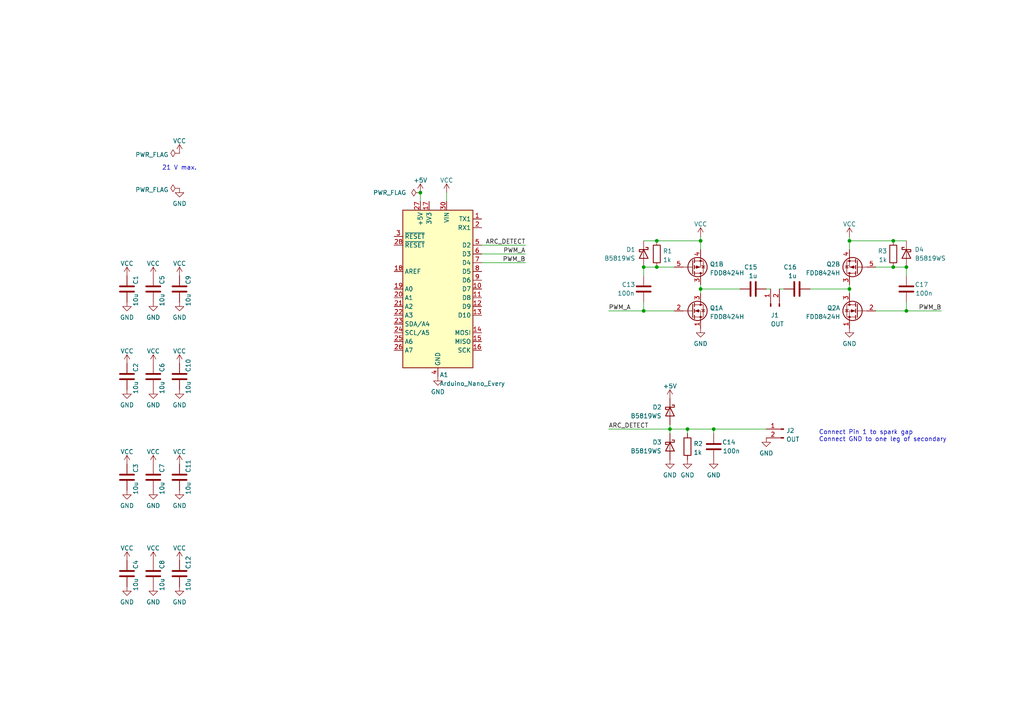
<source format=kicad_sch>
(kicad_sch (version 20211123) (generator eeschema)
  (paper "A4")
  (lib_symbols
    (symbol "Connector:Conn_01x02_Male" (pin_names (offset 1.016) hide)
      (property "Reference" "J" (at 0 2.54 0))
      (property "Value" "Conn_01x02_Male" (at 0 -5.08 0))
      (symbol "Conn_01x02_Male_1_1"
        (polyline (pts (xy 1.27 -2.54) (xy 0.8636 -2.54)) (stroke (width 0.1524)))
        (polyline (pts (xy 1.27 0) (xy 0.8636 0)) (stroke (width 0.1524)))
        (rectangle (start 0.8636 -2.413) (end 0 -2.667) (stroke (width 0.1524)) (fill (type outline)))
        (rectangle (start 0.8636 0.127) (end 0 -0.127) (stroke (width 0.1524)) (fill (type outline)))
        (pin passive line (at 5.08 0 180) (length 3.81) (name "Pin_1") (number "1"))
        (pin passive line (at 5.08 -2.54 180) (length 3.81) (name "Pin_2") (number "2"))
      )
    )
    (symbol "Device:C" (pin_numbers hide) (pin_names (offset 0.254))
      (property "Reference" "C" (at 0.635 2.54 0))
      (property "Value" "C" (at 0.635 -2.54 0))
      (symbol "C_0_1"
        (polyline (pts (xy -2.032 -0.762) (xy 2.032 -0.762)) (stroke (width 0.508)))
        (polyline (pts (xy -2.032 0.762) (xy 2.032 0.762)) (stroke (width 0.508)))
      )
      (symbol "C_1_1"
        (pin passive line (at 0 3.81 270) (length 2.794) (name "~") (number "1"))
        (pin passive line (at 0 -3.81 90) (length 2.794) (name "~") (number "2"))
      )
    )
    (symbol "Device:D_Schottky" (pin_numbers hide) (pin_names (offset 1.016) hide)
      (property "Reference" "D" (at 0 2.54 0))
      (property "Value" "D_Schottky" (at 0 -2.54 0))
      (symbol "D_Schottky_0_1"
        (polyline (pts (xy 1.27 0) (xy -1.27 0)))
        (polyline (pts (xy 1.27 1.27) (xy 1.27 -1.27) (xy -1.27 0) (xy 1.27 1.27)) (stroke (width 0.254)))
        (polyline (pts (xy -1.905 0.635) (xy -1.905 1.27) (xy -1.27 1.27) (xy -1.27 -1.27) (xy -0.635 -1.27) (xy -0.635 -0.635)) (stroke (width 0.254)))
      )
      (symbol "D_Schottky_1_1"
        (pin passive line (at -3.81 0 0) (length 2.54) (name "K") (number "1"))
        (pin passive line (at 3.81 0 180) (length 2.54) (name "A") (number "2"))
      )
    )
    (symbol "Device:R" (pin_numbers hide) (pin_names (offset 0))
      (property "Reference" "R" (at 2.032 0 90))
      (property "Value" "R" (at 0 0 90))
      (symbol "R_0_1"
        (rectangle (start -1.016 -2.54) (end 1.016 2.54) (stroke (width 0.254)))
      )
      (symbol "R_1_1"
        (pin passive line (at 0 3.81 270) (length 1.27) (name "~") (number "1"))
        (pin passive line (at 0 -3.81 90) (length 1.27) (name "~") (number "2"))
      )
    )
    (symbol "MCU_Module:Arduino_Nano_Every"
      (property "Reference" "A" (at -10.16 23.495 0))
      (property "Value" "Arduino_Nano_Every" (at 5.08 -24.13 0))
      (symbol "Arduino_Nano_Every_0_1"
        (rectangle (start -10.16 22.86) (end 10.16 -22.86) (stroke (width 0.254)) (fill (type background)))
      )
      (symbol "Arduino_Nano_Every_1_1"
        (pin bidirectional line (at -12.7 20.32 0) (length 2.54) (name "TX1") (number "1"))
        (pin bidirectional line (at -12.7 0 0) (length 2.54) (name "D7") (number "10"))
        (pin bidirectional line (at -12.7 -2.54 0) (length 2.54) (name "D8") (number "11"))
        (pin bidirectional line (at -12.7 -5.08 0) (length 2.54) (name "D9") (number "12"))
        (pin bidirectional line (at -12.7 -7.62 0) (length 2.54) (name "D10") (number "13"))
        (pin bidirectional line (at -12.7 -12.7 0) (length 2.54) (name "MOSI") (number "14"))
        (pin bidirectional line (at -12.7 -15.24 0) (length 2.54) (name "MISO") (number "15"))
        (pin bidirectional line (at -12.7 -17.78 0) (length 2.54) (name "SCK") (number "16"))
        (pin power_out line (at 2.54 25.4 270) (length 2.54) (name "3V3") (number "17"))
        (pin input line (at 12.7 5.08 180) (length 2.54) (name "AREF") (number "18"))
        (pin bidirectional line (at 12.7 0 180) (length 2.54) (name "A0") (number "19"))
        (pin bidirectional line (at -12.7 17.78 0) (length 2.54) (name "RX1") (number "2"))
        (pin bidirectional line (at 12.7 -2.54 180) (length 2.54) (name "A1") (number "20"))
        (pin bidirectional line (at 12.7 -5.08 180) (length 2.54) (name "A2") (number "21"))
        (pin bidirectional line (at 12.7 -7.62 180) (length 2.54) (name "A3") (number "22"))
        (pin bidirectional line (at 12.7 -10.16 180) (length 2.54) (name "SDA/A4") (number "23"))
        (pin bidirectional line (at 12.7 -12.7 180) (length 2.54) (name "SCL/A5") (number "24"))
        (pin bidirectional line (at 12.7 -15.24 180) (length 2.54) (name "A6") (number "25"))
        (pin bidirectional line (at 12.7 -17.78 180) (length 2.54) (name "A7") (number "26"))
        (pin power_out line (at 5.08 25.4 270) (length 2.54) (name "+5V") (number "27"))
        (pin input line (at 12.7 12.7 180) (length 2.54) (name "~{RESET}") (number "28"))
        (pin passive line (at 0 -25.4 90) (length 2.54) hide (name "GND") (number "29"))
        (pin input line (at 12.7 15.24 180) (length 2.54) (name "~{RESET}") (number "3"))
        (pin power_in line (at -2.54 25.4 270) (length 2.54) (name "VIN") (number "30"))
        (pin power_in line (at 0 -25.4 90) (length 2.54) (name "GND") (number "4"))
        (pin bidirectional line (at -12.7 12.7 0) (length 2.54) (name "D2") (number "5"))
        (pin bidirectional line (at -12.7 10.16 0) (length 2.54) (name "D3") (number "6"))
        (pin bidirectional line (at -12.7 7.62 0) (length 2.54) (name "D4") (number "7"))
        (pin bidirectional line (at -12.7 5.08 0) (length 2.54) (name "D5") (number "8"))
        (pin bidirectional line (at -12.7 2.54 0) (length 2.54) (name "D6") (number "9"))
      )
    )
    (symbol "bzzzzz:FDD8424H" (pin_names hide)
      (property "Reference" "Q" (at 3.175 1.27 0))
      (property "Value" "FDD8424H" (at 3.175 -1.27 0))
      (symbol "FDD8424H_0_1"
        (circle (center -0.889 0) (radius 2.794) (stroke (width 0.254)))
        (circle (center 0 -1.778) (radius 0.254) (fill (type outline)))
        (polyline (pts (xy -2.286 0) (xy -5.08 0)))
        (polyline (pts (xy -2.286 1.905) (xy -2.286 -1.905)) (stroke (width 0.254)))
        (polyline (pts (xy -1.778 -1.27) (xy -1.778 -2.286)) (stroke (width 0.254)))
        (polyline (pts (xy -1.778 0.508) (xy -1.778 -0.508)) (stroke (width 0.254)))
        (polyline (pts (xy -1.778 2.286) (xy -1.778 1.27)) (stroke (width 0.254)))
        (polyline (pts (xy 0 2.54) (xy 0 1.778)))
        (polyline (pts (xy 0 -2.54) (xy 0 0) (xy -1.778 0)))
        (polyline (pts (xy -1.778 -1.778) (xy 0.762 -1.778) (xy 0.762 1.778) (xy -1.778 1.778)))
        (circle (center 0 1.778) (radius 0.254) (fill (type outline)))
      )
      (symbol "FDD8424H_1_1"
        (polyline (pts (xy -1.524 0) (xy -0.508 0.381) (xy -0.508 -0.381) (xy -1.524 0)) (fill (type outline)))
        (polyline (pts (xy 0.254 0.508) (xy 0.381 0.381) (xy 1.143 0.381) (xy 1.27 0.254)))
        (polyline (pts (xy 0.762 0.381) (xy 0.381 -0.254) (xy 1.143 -0.254) (xy 0.762 0.381)))
        (pin passive line (at 0 -5.08 90) (length 2.54) (name "S") (number "1"))
        (pin passive line (at -7.62 0 0) (length 2.54) (name "G") (number "2"))
        (pin passive line (at 0 5.08 270) (length 2.54) (name "D") (number "3"))
      )
      (symbol "FDD8424H_2_1"
        (polyline (pts (xy -0.254 0) (xy -1.27 0.381) (xy -1.27 -0.381) (xy -0.254 0)) (fill (type outline)))
        (polyline (pts (xy 0.254 -0.508) (xy 0.381 -0.381) (xy 1.143 -0.381) (xy 1.27 -0.254)))
        (polyline (pts (xy 0.762 -0.381) (xy 0.381 0.254) (xy 1.143 0.254) (xy 0.762 -0.381)))
        (pin passive line (at 0 5.08 270) (length 2.54) (name "D") (number "3"))
        (pin passive line (at 0 -5.08 90) (length 2.54) (name "S") (number "4"))
        (pin passive line (at -7.62 0 0) (length 2.54) (name "G") (number "5"))
      )
    )
    (symbol "power:+5V" (power) (pin_names (offset 0))
      (property "Value" "+5V" (at 0 3.556 0))
      (symbol "+5V_0_1"
        (polyline (pts (xy -0.762 1.27) (xy 0 2.54)))
        (polyline (pts (xy 0 0) (xy 0 2.54)))
        (polyline (pts (xy 0 2.54) (xy 0.762 1.27)))
      )
      (symbol "+5V_1_1"
        (pin power_in line (at 0 0 90) (length 0) hide (name "+5V") (number "1"))
      )
    )
    (symbol "power:GND" (power) (pin_names (offset 0))
      (property "Value" "GND" (at 0 -3.81 0))
      (symbol "GND_0_1"
        (polyline (pts (xy 0 0) (xy 0 -1.27) (xy 1.27 -1.27) (xy 0 -2.54) (xy -1.27 -1.27) (xy 0 -1.27)))
      )
      (symbol "GND_1_1"
        (pin power_in line (at 0 0 270) (length 0) hide (name "GND") (number "1"))
      )
    )
    (symbol "power:PWR_FLAG" (power) (pin_numbers hide) (pin_names (offset 0) hide)
      (property "Value" "PWR_FLAG" (at 0 3.81 0))
      (symbol "PWR_FLAG_0_0"
        (pin power_out line (at 0 0 90) (length 0) (name "pwr") (number "1"))
      )
      (symbol "PWR_FLAG_0_1"
        (polyline (pts (xy 0 0) (xy 0 1.27) (xy -1.016 1.905) (xy 0 2.54) (xy 1.016 1.905) (xy 0 1.27)))
      )
    )
    (symbol "power:VCC" (power) (pin_names (offset 0))
      (property "Value" "VCC" (at 0 3.81 0))
      (symbol "VCC_0_1"
        (polyline (pts (xy -0.762 1.27) (xy 0 2.54)))
        (polyline (pts (xy 0 0) (xy 0 2.54)))
        (polyline (pts (xy 0 2.54) (xy 0.762 1.27)))
      )
      (symbol "VCC_1_1"
        (pin power_in line (at 0 0 90) (length 0) hide (name "VCC") (number "1"))
      )
    )
  )
  (junction (at 203.2 69.85))
  (junction (at 262.89 90.17))
  (junction (at 262.89 77.47))
  (junction (at 259.08 69.85))
  (junction (at 186.69 77.47))
  (junction (at 203.2 83.82))
  (junction (at 186.69 90.17))
  (junction (at 190.5 69.85))
  (junction (at 121.92 55.88))
  (junction (at 246.38 83.82))
  (junction (at 246.38 69.85))
  (junction (at 190.5 77.47))
  (junction (at 199.39 124.46))
  (junction (at 259.08 77.47))
  (junction (at 194.31 124.46))
  (junction (at 207.01 124.46))
  (wire (pts (xy 246.38 82.55) (xy 246.38 83.82)))
  (wire (pts (xy 190.5 69.85) (xy 186.69 69.85)))
  (wire (pts (xy 190.5 77.47) (xy 195.58 77.47)))
  (wire (pts (xy 186.69 77.47) (xy 186.69 80.01)))
  (wire (pts (xy 139.7 76.2) (xy 152.4 76.2)))
  (wire (pts (xy 129.54 55.88) (xy 129.54 58.42)))
  (wire (pts (xy 199.39 124.46) (xy 207.01 124.46)))
  (wire (pts (xy 262.89 90.17) (xy 254 90.17)))
  (wire (pts (xy 234.95 83.82) (xy 246.38 83.82)))
  (wire (pts (xy 259.08 69.85) (xy 262.89 69.85)))
  (wire (pts (xy 262.89 77.47) (xy 259.08 77.47)))
  (wire (pts (xy 194.31 124.46) (xy 176.53 124.46)))
  (wire (pts (xy 203.2 82.55) (xy 203.2 83.82)))
  (wire (pts (xy 190.5 69.85) (xy 203.2 69.85)))
  (wire (pts (xy 194.31 124.46) (xy 199.39 124.46)))
  (wire (pts (xy 186.69 77.47) (xy 190.5 77.47)))
  (wire (pts (xy 203.2 83.82) (xy 203.2 85.09)))
  (wire (pts (xy 262.89 77.47) (xy 262.89 80.01)))
  (wire (pts (xy 203.2 83.82) (xy 214.63 83.82)))
  (wire (pts (xy 194.31 123.19) (xy 194.31 124.46)))
  (wire (pts (xy 222.25 83.82) (xy 223.52 83.82)))
  (wire (pts (xy 262.89 90.17) (xy 262.89 87.63)))
  (wire (pts (xy 186.69 90.17) (xy 186.69 87.63)))
  (wire (pts (xy 186.69 90.17) (xy 195.58 90.17)))
  (wire (pts (xy 246.38 72.39) (xy 246.38 69.85)))
  (wire (pts (xy 246.38 83.82) (xy 246.38 85.09)))
  (wire (pts (xy 246.38 68.58) (xy 246.38 69.85)))
  (wire (pts (xy 203.2 68.58) (xy 203.2 69.85)))
  (wire (pts (xy 176.53 90.17) (xy 186.69 90.17)))
  (wire (pts (xy 226.06 83.82) (xy 227.33 83.82)))
  (wire (pts (xy 199.39 124.46) (xy 199.39 125.73)))
  (wire (pts (xy 121.92 55.88) (xy 121.92 58.42)))
  (wire (pts (xy 207.01 124.46) (xy 207.01 125.73)))
  (wire (pts (xy 194.31 124.46) (xy 194.31 125.73)))
  (wire (pts (xy 273.05 90.17) (xy 262.89 90.17)))
  (wire (pts (xy 203.2 72.39) (xy 203.2 69.85)))
  (wire (pts (xy 152.4 71.12) (xy 139.7 71.12)))
  (wire (pts (xy 207.01 124.46) (xy 222.25 124.46)))
  (wire (pts (xy 259.08 77.47) (xy 254 77.47)))
  (wire (pts (xy 259.08 69.85) (xy 246.38 69.85)))
  (wire (pts (xy 139.7 73.66) (xy 152.4 73.66)))
  (text "Connect Pin 1 to spark gap\nConnect GND to one leg of secondary" (at 237.49 128.27 0) (effects (font (size 1.27 1.27)) (justify left bottom)))
  (text "21 V max." (at 46.99 49.53 0) (effects (font (size 1.27 1.27)) (justify left bottom)))
  (label "PWM_A" (at 176.53 90.17 0))
  (label "PWM_A" (at 152.4 73.66 180))
  (label "PWM_B" (at 273.05 90.17 180))
  (label "ARC_DETECT" (at 176.53 124.46 0))
  (label "ARC_DETECT" (at 152.4 71.12 180))
  (label "PWM_B" (at 152.4 76.2 180))
  (symbol (lib_id "bzzzzz:FDD8424H") (at 203.2 90.17 0) (unit 1)
    (property "Reference" "Q1" (at 205.867 89.3353 0) (effects (justify left)))
    (property "Value" "FDD8424H" (at 205.867 91.8722 0) (effects (justify left)))
    (property "Footprint" "Package_TO_SOT_SMD:TO-252-4" (effects hide))
    (property "Datasheet" "https://www.mouser.com/datasheet/2/149/FDD8424H-92711.pdf" (effects hide))
  )
  (symbol (lib_id "bzzzzz:FDD8424H") (at 203.2 77.47 0) (mirror x) (unit 2)
    (property "Reference" "Q1" (at 205.867 76.6353 0) (effects (justify left)))
    (property "Value" "FDD8424H" (at 205.867 79.1722 0) (effects (justify left)))
    (property "Footprint" "Package_TO_SOT_SMD:TO-252-4" (effects hide))
    (property "Datasheet" "https://www.mouser.com/datasheet/2/149/FDD8424H-92711.pdf" (effects hide))
  )
  (symbol (lib_id "Connector:Conn_01x02_Male") (at 223.52 88.9 90) (unit 1)
    (property "Reference" "J1" (at 223.52 91.44 90) (effects (justify right)))
    (property "Value" "OUT" (at 223.52 93.98 90) (effects (justify right)))
    (property "Footprint" "Connector_PinHeader_2.54mm:PinHeader_1x02_P2.54mm_Horizontal" (effects hide))
  )
  (symbol (lib_id "power:GND") (at 222.25 127 0) (unit 1)
    (property "Reference" "#PWR036" (effects hide))
    (property "Value" "GND" (at 222.25 131.4434 0))
  )
  (symbol (lib_id "Device:C") (at 231.14 83.82 90) (mirror x) (unit 1)
    (property "Reference" "C16" (at 231.14 77.47 90) (effects (justify left)))
    (property "Value" "1u" (at 231.14 80.01 90) (effects (justify left)))
    (property "Footprint" "Capacitor_SMD:C_1812_4532Metric" (effects hide))
  )
  (symbol (lib_id "power:GND") (at 207.01 133.35 0) (unit 1)
    (property "Reference" "#PWR035" (effects hide))
    (property "Value" "GND" (at 207.01 137.7934 0))
  )
  (symbol (lib_id "MCU_Module:Arduino_Nano_Every") (at 127 83.82 0) (mirror y) (unit 1)
    (property "Reference" "A1" (at 127.5206 108.7104 0) (effects (justify right)))
    (property "Value" "Arduino_Nano_Every" (at 127.5206 111.2473 0) (effects (justify right)))
    (property "Footprint" "Module:Arduino_Nano" (effects hide))
    (property "Datasheet" "https://content.arduino.cc/assets/NANOEveryV3.0_sch.pdf" (effects hide))
  )
  (symbol (lib_id "Device:C") (at 262.89 83.82 0) (mirror y) (unit 1)
    (property "Reference" "C17" (at 269.24 82.55 0) (effects (justify left)))
    (property "Value" "100n" (at 270.51 85.09 0) (effects (justify left)))
    (property "Footprint" "Capacitor_SMD:C_0805_2012Metric" (effects hide))
  )
  (symbol (lib_id "Device:C") (at 52.07 83.82 0) (mirror y) (unit 1)
    (property "Reference" "C9" (at 54.61 82.55 90) (effects (justify left)))
    (property "Value" "10u" (at 54.61 88.9 90) (effects (justify left)))
    (property "Footprint" "Capacitor_SMD:C_0805_2012Metric" (effects hide))
  )
  (symbol (lib_id "power:GND") (at 246.38 95.25 0) (mirror y) (unit 1)
    (property "Reference" "#PWR038" (effects hide))
    (property "Value" "GND" (at 246.38 99.6934 0))
  )
  (symbol (lib_id "power:VCC") (at 44.45 134.62 0) (unit 1)
    (property "Reference" "#PWR013" (effects hide))
    (property "Value" "VCC" (at 44.45 131.0442 0))
  )
  (symbol (lib_id "power:VCC") (at 52.07 80.01 0) (unit 1)
    (property "Reference" "#PWR019" (effects hide))
    (property "Value" "VCC" (at 52.07 76.4342 0))
  )
  (symbol (lib_id "power:VCC") (at 36.83 80.01 0) (unit 1)
    (property "Reference" "#PWR01" (effects hide))
    (property "Value" "VCC" (at 36.83 76.4342 0))
  )
  (symbol (lib_id "Device:D_Schottky") (at 194.31 119.38 270) (unit 1)
    (property "Reference" "D2" (at 189.23 118.11 90) (effects (justify left)))
    (property "Value" "B5819WS" (at 182.88 120.65 90) (effects (justify left)))
    (property "Footprint" "Diode_SMD:D_SOD-323_HandSoldering" (effects hide))
  )
  (symbol (lib_id "Device:C") (at 52.07 166.37 0) (mirror y) (unit 1)
    (property "Reference" "C12" (at 54.61 165.1 90) (effects (justify left)))
    (property "Value" "10u" (at 54.61 171.45 90) (effects (justify left)))
    (property "Footprint" "Capacitor_SMD:C_0805_2012Metric" (effects hide))
  )
  (symbol (lib_id "Device:C") (at 186.69 83.82 0) (unit 1)
    (property "Reference" "C13" (at 180.34 82.55 0) (effects (justify left)))
    (property "Value" "100n" (at 179.07 85.09 0) (effects (justify left)))
    (property "Footprint" "Capacitor_SMD:C_0805_2012Metric" (effects hide))
  )
  (symbol (lib_id "power:GND") (at 194.31 133.35 0) (unit 1)
    (property "Reference" "#PWR031" (effects hide))
    (property "Value" "GND" (at 194.31 137.7934 0))
  )
  (symbol (lib_id "power:GND") (at 52.07 170.18 0) (unit 1)
    (property "Reference" "#PWR026" (effects hide))
    (property "Value" "GND" (at 52.07 174.6234 0))
  )
  (symbol (lib_id "Device:C") (at 36.83 83.82 0) (mirror y) (unit 1)
    (property "Reference" "C1" (at 39.37 82.55 90) (effects (justify left)))
    (property "Value" "10u" (at 39.37 88.9 90) (effects (justify left)))
    (property "Footprint" "Capacitor_SMD:C_0805_2012Metric" (effects hide))
  )
  (symbol (lib_id "Device:C") (at 36.83 109.22 0) (mirror y) (unit 1)
    (property "Reference" "C2" (at 39.37 107.95 90) (effects (justify left)))
    (property "Value" "10u" (at 39.37 114.3 90) (effects (justify left)))
    (property "Footprint" "Capacitor_SMD:C_0805_2012Metric" (effects hide))
  )
  (symbol (lib_id "Device:R") (at 190.5 73.66 0) (unit 1)
    (property "Reference" "R1" (at 192.278 72.8253 0) (effects (justify left)))
    (property "Value" "1k" (at 192.278 75.3622 0) (effects (justify left)))
    (property "Footprint" "Resistor_SMD:R_0805_2012Metric" (effects hide))
  )
  (symbol (lib_id "power:GND") (at 36.83 87.63 0) (unit 1)
    (property "Reference" "#PWR02" (effects hide))
    (property "Value" "GND" (at 36.83 92.0734 0))
  )
  (symbol (lib_id "power:VCC") (at 52.07 162.56 0) (unit 1)
    (property "Reference" "#PWR025" (effects hide))
    (property "Value" "VCC" (at 52.07 158.9842 0))
  )
  (symbol (lib_id "bzzzzz:FDD8424H") (at 246.38 77.47 180) (unit 2)
    (property "Reference" "Q2" (at 243.713 76.6353 0) (effects (justify left)))
    (property "Value" "FDD8424H" (at 243.713 79.1722 0) (effects (justify left)))
    (property "Footprint" "Package_TO_SOT_SMD:TO-252-4" (effects hide))
    (property "Datasheet" "https://www.mouser.com/datasheet/2/149/FDD8424H-92711.pdf" (effects hide))
  )
  (symbol (lib_id "Device:C") (at 52.07 138.43 0) (mirror y) (unit 1)
    (property "Reference" "C11" (at 54.61 137.16 90) (effects (justify left)))
    (property "Value" "10u" (at 54.61 143.51 90) (effects (justify left)))
    (property "Footprint" "Capacitor_SMD:C_0805_2012Metric" (effects hide))
  )
  (symbol (lib_id "Connector:Conn_01x02_Male") (at 227.33 124.46 0) (mirror y) (unit 1)
    (property "Reference" "J2" (at 228.0412 124.8953 0) (effects (justify right)))
    (property "Value" "OUT" (at 228.0412 127.4322 0) (effects (justify right)))
    (property "Footprint" "Connector_PinHeader_2.54mm:PinHeader_1x02_P2.54mm_Horizontal" (effects hide))
  )
  (symbol (lib_id "power:GND") (at 52.07 54.61 0) (unit 1)
    (property "Reference" "#PWR018" (effects hide))
    (property "Value" "GND" (at 52.07 59.0534 0))
  )
  (symbol (lib_id "power:GND") (at 44.45 87.63 0) (unit 1)
    (property "Reference" "#PWR010" (effects hide))
    (property "Value" "GND" (at 44.45 92.0734 0))
  )
  (symbol (lib_id "power:GND") (at 44.45 113.03 0) (unit 1)
    (property "Reference" "#PWR012" (effects hide))
    (property "Value" "GND" (at 44.45 117.4734 0))
  )
  (symbol (lib_id "Device:C") (at 36.83 138.43 0) (mirror y) (unit 1)
    (property "Reference" "C3" (at 39.37 137.16 90) (effects (justify left)))
    (property "Value" "10u" (at 39.37 143.51 90) (effects (justify left)))
    (property "Footprint" "Capacitor_SMD:C_0805_2012Metric" (effects hide))
  )
  (symbol (lib_id "power:GND") (at 199.39 133.35 0) (unit 1)
    (property "Reference" "#PWR032" (effects hide))
    (property "Value" "GND" (at 199.39 137.7934 0))
  )
  (symbol (lib_id "power:GND") (at 52.07 113.03 0) (unit 1)
    (property "Reference" "#PWR022" (effects hide))
    (property "Value" "GND" (at 52.07 117.4734 0))
  )
  (symbol (lib_id "power:VCC") (at 44.45 162.56 0) (unit 1)
    (property "Reference" "#PWR015" (effects hide))
    (property "Value" "VCC" (at 44.45 158.9842 0))
  )
  (symbol (lib_id "Device:C") (at 44.45 138.43 0) (mirror y) (unit 1)
    (property "Reference" "C7" (at 46.99 137.16 90) (effects (justify left)))
    (property "Value" "10u" (at 46.99 143.51 90) (effects (justify left)))
    (property "Footprint" "Capacitor_SMD:C_0805_2012Metric" (effects hide))
  )
  (symbol (lib_id "power:VCC") (at 44.45 80.01 0) (unit 1)
    (property "Reference" "#PWR09" (effects hide))
    (property "Value" "VCC" (at 44.45 76.4342 0))
  )
  (symbol (lib_id "power:VCC") (at 129.54 55.88 0) (unit 1)
    (property "Reference" "#PWR029" (effects hide))
    (property "Value" "VCC" (at 129.54 52.3042 0))
  )
  (symbol (lib_id "power:PWR_FLAG") (at 52.07 44.45 90) (unit 1)
    (property "Reference" "#FLG01" (effects hide))
    (property "Value" "PWR_FLAG" (at 48.8951 44.8838 90) (effects (justify left)))
  )
  (symbol (lib_id "power:GND") (at 44.45 170.18 0) (unit 1)
    (property "Reference" "#PWR016" (effects hide))
    (property "Value" "GND" (at 44.45 174.6234 0))
  )
  (symbol (lib_id "power:GND") (at 44.45 142.24 0) (unit 1)
    (property "Reference" "#PWR014" (effects hide))
    (property "Value" "GND" (at 44.45 146.6834 0))
  )
  (symbol (lib_id "power:GND") (at 52.07 142.24 0) (unit 1)
    (property "Reference" "#PWR024" (effects hide))
    (property "Value" "GND" (at 52.07 146.6834 0))
  )
  (symbol (lib_id "power:GND") (at 36.83 113.03 0) (unit 1)
    (property "Reference" "#PWR04" (effects hide))
    (property "Value" "GND" (at 36.83 117.4734 0))
  )
  (symbol (lib_id "Device:D_Schottky") (at 194.31 129.54 270) (unit 1)
    (property "Reference" "D3" (at 189.23 128.27 90) (effects (justify left)))
    (property "Value" "B5819WS" (at 182.88 130.81 90) (effects (justify left)))
    (property "Footprint" "Diode_SMD:D_SOD-323_HandSoldering" (effects hide))
  )
  (symbol (lib_id "power:GND") (at 52.07 87.63 0) (unit 1)
    (property "Reference" "#PWR020" (effects hide))
    (property "Value" "GND" (at 52.07 92.0734 0))
  )
  (symbol (lib_id "power:GND") (at 127 109.22 0) (unit 1)
    (property "Reference" "#PWR028" (effects hide))
    (property "Value" "GND" (at 127 113.6634 0))
  )
  (symbol (lib_id "power:VCC") (at 246.38 68.58 0) (mirror y) (unit 1)
    (property "Reference" "#PWR037" (effects hide))
    (property "Value" "VCC" (at 246.38 65.0042 0))
  )
  (symbol (lib_id "Device:R") (at 259.08 73.66 0) (mirror y) (unit 1)
    (property "Reference" "R3" (at 257.302 72.8253 0) (effects (justify left)))
    (property "Value" "1k" (at 257.302 75.3622 0) (effects (justify left)))
    (property "Footprint" "Resistor_SMD:R_0805_2012Metric" (effects hide))
  )
  (symbol (lib_id "power:VCC") (at 44.45 105.41 0) (unit 1)
    (property "Reference" "#PWR011" (effects hide))
    (property "Value" "VCC" (at 44.45 101.8342 0))
  )
  (symbol (lib_id "power:VCC") (at 52.07 134.62 0) (unit 1)
    (property "Reference" "#PWR023" (effects hide))
    (property "Value" "VCC" (at 52.07 131.0442 0))
  )
  (symbol (lib_id "power:VCC") (at 52.07 44.45 0) (unit 1)
    (property "Reference" "#PWR017" (effects hide))
    (property "Value" "VCC" (at 52.07 40.8742 0))
  )
  (symbol (lib_id "power:VCC") (at 36.83 162.56 0) (unit 1)
    (property "Reference" "#PWR07" (effects hide))
    (property "Value" "VCC" (at 36.83 158.9842 0))
  )
  (symbol (lib_id "power:VCC") (at 36.83 134.62 0) (unit 1)
    (property "Reference" "#PWR05" (effects hide))
    (property "Value" "VCC" (at 36.83 131.0442 0))
  )
  (symbol (lib_id "power:GND") (at 36.83 170.18 0) (unit 1)
    (property "Reference" "#PWR08" (effects hide))
    (property "Value" "GND" (at 36.83 174.6234 0))
  )
  (symbol (lib_id "Device:C") (at 52.07 109.22 0) (mirror y) (unit 1)
    (property "Reference" "C10" (at 54.61 107.95 90) (effects (justify left)))
    (property "Value" "10u" (at 54.61 114.3 90) (effects (justify left)))
    (property "Footprint" "Capacitor_SMD:C_0805_2012Metric" (effects hide))
  )
  (symbol (lib_id "power:GND") (at 203.2 95.25 0) (unit 1)
    (property "Reference" "#PWR034" (effects hide))
    (property "Value" "GND" (at 203.2 99.6934 0))
  )
  (symbol (lib_id "bzzzzz:FDD8424H") (at 246.38 90.17 0) (mirror y) (unit 1)
    (property "Reference" "Q2" (at 243.713 89.3353 0) (effects (justify left)))
    (property "Value" "FDD8424H" (at 243.713 91.8722 0) (effects (justify left)))
    (property "Footprint" "Package_TO_SOT_SMD:TO-252-4" (effects hide))
    (property "Datasheet" "https://www.mouser.com/datasheet/2/149/FDD8424H-92711.pdf" (effects hide))
  )
  (symbol (lib_id "Device:C") (at 44.45 109.22 0) (mirror y) (unit 1)
    (property "Reference" "C6" (at 46.99 107.95 90) (effects (justify left)))
    (property "Value" "10u" (at 46.99 114.3 90) (effects (justify left)))
    (property "Footprint" "Capacitor_SMD:C_0805_2012Metric" (effects hide))
  )
  (symbol (lib_id "power:VCC") (at 203.2 68.58 0) (unit 1)
    (property "Reference" "#PWR033" (effects hide))
    (property "Value" "VCC" (at 203.2 65.0042 0))
  )
  (symbol (lib_id "Device:C") (at 207.01 129.54 0) (mirror y) (unit 1)
    (property "Reference" "C14" (at 213.36 128.27 0) (effects (justify left)))
    (property "Value" "100n" (at 214.63 130.81 0) (effects (justify left)))
    (property "Footprint" "Capacitor_SMD:C_0805_2012Metric" (effects hide))
  )
  (symbol (lib_id "power:+5V") (at 121.92 55.88 0) (unit 1)
    (property "Reference" "#PWR027" (effects hide))
    (property "Value" "+5V" (at 121.92 52.3042 0))
  )
  (symbol (lib_id "Device:D_Schottky") (at 262.89 73.66 90) (mirror x) (unit 1)
    (property "Reference" "D4" (at 267.97 72.39 90) (effects (justify left)))
    (property "Value" "B5819WS" (at 274.32 74.93 90) (effects (justify left)))
    (property "Footprint" "Diode_SMD:D_SOD-323_HandSoldering" (effects hide))
  )
  (symbol (lib_id "power:PWR_FLAG") (at 121.92 55.88 90) (unit 1)
    (property "Reference" "#FLG03" (effects hide))
    (property "Value" "PWR_FLAG" (at 113.03 55.88 90))
  )
  (symbol (lib_id "Device:R") (at 199.39 129.54 0) (unit 1)
    (property "Reference" "R2" (at 201.168 128.7053 0) (effects (justify left)))
    (property "Value" "1k" (at 201.168 131.2422 0) (effects (justify left)))
    (property "Footprint" "Resistor_SMD:R_0805_2012Metric" (effects hide))
  )
  (symbol (lib_id "power:VCC") (at 52.07 105.41 0) (unit 1)
    (property "Reference" "#PWR021" (effects hide))
    (property "Value" "VCC" (at 52.07 101.8342 0))
  )
  (symbol (lib_id "power:VCC") (at 36.83 105.41 0) (unit 1)
    (property "Reference" "#PWR03" (effects hide))
    (property "Value" "VCC" (at 36.83 101.8342 0))
  )
  (symbol (lib_id "power:GND") (at 36.83 142.24 0) (unit 1)
    (property "Reference" "#PWR06" (effects hide))
    (property "Value" "GND" (at 36.83 146.6834 0))
  )
  (symbol (lib_id "power:PWR_FLAG") (at 52.07 54.61 90) (unit 1)
    (property "Reference" "#FLG02" (effects hide))
    (property "Value" "PWR_FLAG" (at 48.8951 55.0438 90) (effects (justify left)))
  )
  (symbol (lib_id "power:+5V") (at 194.31 115.57 0) (unit 1)
    (property "Reference" "#PWR030" (effects hide))
    (property "Value" "+5V" (at 194.31 111.9942 0))
  )
  (symbol (lib_id "Device:D_Schottky") (at 186.69 73.66 270) (unit 1)
    (property "Reference" "D1" (at 181.61 72.39 90) (effects (justify left)))
    (property "Value" "B5819WS" (at 175.26 74.93 90) (effects (justify left)))
    (property "Footprint" "Diode_SMD:D_SOD-323_HandSoldering" (effects hide))
  )
  (symbol (lib_id "Device:C") (at 218.44 83.82 90) (mirror x) (unit 1)
    (property "Reference" "C15" (at 219.71 77.47 90) (effects (justify left)))
    (property "Value" "1u" (at 219.71 80.01 90) (effects (justify left)))
    (property "Footprint" "Capacitor_SMD:C_1812_4532Metric" (effects hide))
  )
  (symbol (lib_id "Device:C") (at 36.83 166.37 0) (mirror y) (unit 1)
    (property "Reference" "C4" (at 39.37 165.1 90) (effects (justify left)))
    (property "Value" "10u" (at 39.37 171.45 90) (effects (justify left)))
    (property "Footprint" "Capacitor_SMD:C_0805_2012Metric" (effects hide))
  )
  (symbol (lib_id "Device:C") (at 44.45 83.82 0) (mirror y) (unit 1)
    (property "Reference" "C5" (at 46.99 82.55 90) (effects (justify left)))
    (property "Value" "10u" (at 46.99 88.9 90) (effects (justify left)))
    (property "Footprint" "Capacitor_SMD:C_0805_2012Metric" (effects hide))
  )
  (symbol (lib_id "Device:C") (at 44.45 166.37 0) (mirror y) (unit 1)
    (property "Reference" "C8" (at 46.99 165.1 90) (effects (justify left)))
    (property "Value" "10u" (at 46.99 171.45 90) (effects (justify left)))
    (property "Footprint" "Capacitor_SMD:C_0805_2012Metric" (effects hide))
  )
)
</source>
